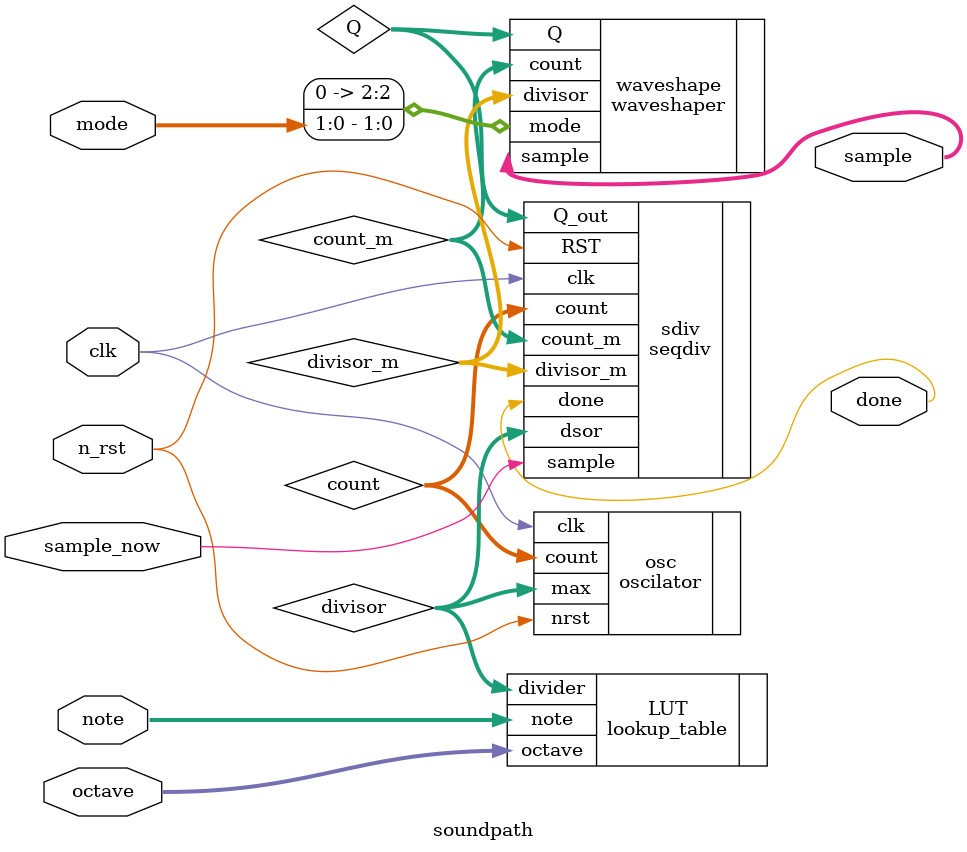
<source format=sv>

module soundpath(input logic clk, n_rst, sample_now,
                 input logic [3:0] note,
                 input logic [2:0] octave,
                 input logic [1:0] mode,
                 output logic [8:0] sample,
                 output logic done
);

  logic [8:0] Q; //quotient value before it is shaped by the waveshaper
  logic [18:0] count; //counting up value from oscilator, serves as dividend
  logic [18:0] divisor; //value from LUT based on key pressed

  logic [18:0] count_m;
  logic [18:0] divisor_m;

  lookup_table LUT (.note(note),
                    .octave(octave),
                    .divider(divisor));

  oscilator osc (.clk(clk),
                   .nrst(n_rst),
                   .max(divisor),
                   .count(count));

  seqdiv sdiv (.clk(clk),
               .RST(n_rst),
               .sample(sample_now),
               .count(count),
               .dsor(divisor),
               .done(done),
               .Q_out(Q),
               .count_m(count_m),
               .divisor_m(divisor_m));

  waveshaper waveshape (.Q(Q),
                        .mode({1'b0, mode}),
                        .count(count_m),
                        .divisor(divisor_m),
                        .sample(sample));

endmodule
</source>
